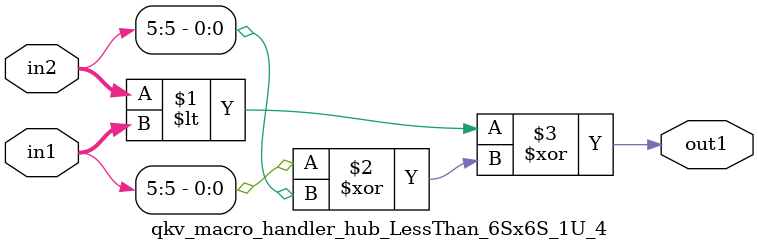
<source format=v>

`timescale 1ps / 1ps


module qkv_macro_handler_hub_LessThan_6Sx6S_1U_4( in2, in1, out1 );

    input [5:0] in2;
    input [5:0] in1;
    output out1;

    
    // rtl_process:qkv_macro_handler_hub_LessThan_6Sx6S_1U_4/qkv_macro_handler_hub_LessThan_6Sx6S_1U_4_thread_1
    assign out1 = (in2 < in1 ^ (in1[5] ^ in2[5]));

endmodule


</source>
